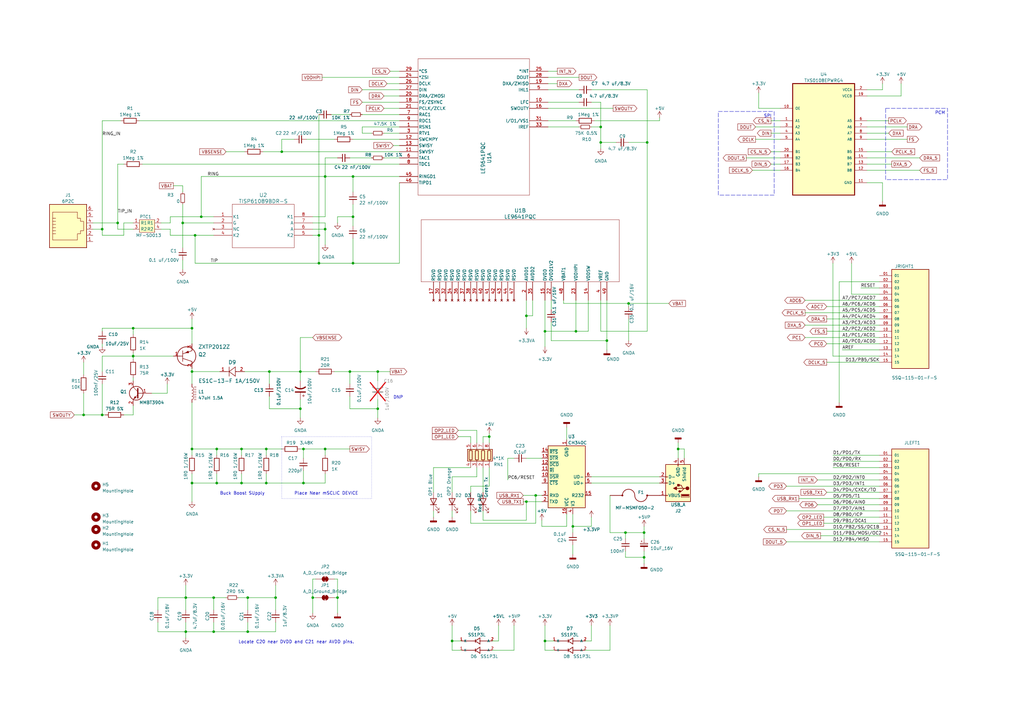
<source format=kicad_sch>
(kicad_sch (version 20230121) (generator eeschema)
  (paper "A3")
  (title_block (title "Telluino Hardware-Bottom") (rev "1.0") (company "Ksoft") (comment 1 "Hardware bottom to use with Arduino Uno and compatible boards"))
  (junction (at 200.66 179.07))
  (junction (at 154.94 167.64))
  (junction (at 278.13 184.15))
  (junction (at 144.78 72.39))
  (junction (at 110.49 152.4))
  (junction (at 265.43 58.42))
  (junction (at 138.43 245.11))
  (junction (at 123.19 152.4))
  (junction (at 109.22 184.15))
  (junction (at 234.95 215.9))
  (junction (at 133.35 72.39))
  (junction (at 99.06 184.15))
  (junction (at 76.2 259.08))
  (junction (at 124.46 184.15))
  (junction (at 133.35 93.98))
  (junction (at 41.91 93.98))
  (junction (at 34.29 170.18))
  (junction (at 185.42 262.89))
  (junction (at 76.2 245.11))
  (junction (at 264.16 228.6))
  (junction (at 128.27 245.11))
  (junction (at 143.51 152.4))
  (junction (at 54.61 134.62))
  (junction (at 78.74 184.15))
  (junction (at 144.78 107.95))
  (junction (at 123.19 167.64))
  (junction (at 54.61 146.05))
  (junction (at 78.74 134.62))
  (junction (at 246.38 52.07))
  (junction (at 257.81 124.46))
  (junction (at 88.9 198.12))
  (junction (at 144.78 88.9))
  (junction (at 78.74 198.12))
  (junction (at 78.74 152.4))
  (junction (at 246.38 58.42))
  (junction (at 115.57 62.23))
  (junction (at 215.9 205.74))
  (junction (at 48.26 91.44))
  (junction (at 215.9 129.54))
  (junction (at 88.9 184.15))
  (junction (at 113.03 245.11))
  (junction (at 101.6 259.08))
  (junction (at 130.81 107.95))
  (junction (at 74.93 91.44))
  (junction (at 82.55 88.9))
  (junction (at 124.46 198.12))
  (junction (at 99.06 198.12))
  (junction (at 256.54 218.44))
  (junction (at 264.16 218.44))
  (junction (at 87.63 245.11))
  (junction (at 248.92 139.7))
  (junction (at 133.35 184.15))
  (junction (at 130.81 96.52))
  (junction (at 109.22 198.12))
  (junction (at 41.91 170.18))
  (junction (at 101.6 245.11))
  (junction (at 87.63 259.08))
  (junction (at 223.52 135.89))
  (junction (at 80.01 96.52))
  (junction (at 223.52 262.89))
  (junction (at 236.22 135.89))
  (junction (at 219.71 203.2))
  (junction (at 154.94 152.4))
  (wire (pts (xy 335.28 207.01) (xy 360.68 207.01)))
  (wire (pts (xy 38.1 91.44) (xy 48.26 91.44)))
  (wire (pts (xy 148.59 36.83) (xy 163.83 36.83)))
  (wire (pts (xy 361.95 34.29) (xy 361.95 36.83)))
  (wire (pts (xy 109.22 194.31) (xy 109.22 198.12)))
  (wire (pts (xy 250.19 218.44) (xy 250.19 203.2)))
  (wire (pts (xy 250.19 266.7) (xy 240.03 266.7)))
  (wire (pts (xy 344.17 115.57) (xy 344.17 165.1)))
  (wire (pts (xy 113.03 245.11) (xy 113.03 250.19)))
  (wire (pts (xy 129.54 237.49) (xy 128.27 237.49)))
  (wire (pts (xy 369.57 39.37) (xy 355.6 39.37)))
  (wire (pts (xy 54.61 134.62) (xy 78.74 134.62)))
  (wire (pts (xy 242.57 195.58) (xy 270.51 195.58)))
  (wire (pts (xy 62.23 161.29) (xy 68.58 161.29)))
  (wire (pts (xy 138.43 245.11) (xy 138.43 251.46)))
  (wire (pts (xy 193.04 179.07) (xy 193.04 181.61)))
  (wire (pts (xy 355.6 49.53) (xy 364.49 49.53)))
  (wire (pts (xy 109.22 198.12) (xy 124.46 198.12)))
  (wire (pts (xy 246.38 135.89) (xy 246.38 123.19)))
  (wire (pts (xy 74.93 101.6) (xy 74.93 91.44)))
  (wire (pts (xy 242.57 198.12) (xy 270.51 198.12)))
  (wire (pts (xy 361.95 74.93) (xy 361.95 82.55)))
  (wire (pts (xy 57.15 49.53) (xy 163.83 49.53)))
  (wire (pts (xy 335.28 196.85) (xy 360.68 196.85)))
  (wire (pts (xy 322.58 199.39) (xy 360.68 199.39)))
  (wire (pts (xy 76.2 259.08) (xy 76.2 261.62)))
  (wire (pts (xy 208.28 187.96) (xy 208.28 196.85)))
  (wire (pts (xy 78.74 184.15) (xy 88.9 184.15)))
  (wire (pts (xy 222.25 213.36) (xy 222.25 215.9)))
  (wire (pts (xy 74.93 83.82) (xy 74.93 91.44)))
  (wire (pts (xy 185.42 209.55) (xy 185.42 212.09)))
  (wire (pts (xy 133.35 91.44) (xy 128.27 91.44)))
  (wire (pts (xy 242.57 41.91) (xy 246.38 41.91)))
  (wire (pts (xy 144.78 107.95) (xy 163.83 107.95)))
  (wire (pts (xy 224.79 52.07) (xy 237.49 52.07)))
  (wire (pts (xy 71.12 76.2) (xy 74.93 76.2)))
  (wire (pts (xy 138.43 91.44) (xy 138.43 88.9)))
  (wire (pts (xy 330.2 133.35) (xy 360.68 133.35)))
  (wire (pts (xy 80.01 96.52) (xy 69.85 96.52)))
  (wire (pts (xy 123.19 163.83) (xy 123.19 167.64)))
  (wire (pts (xy 232.41 175.26) (xy 232.41 180.34)))
  (wire (pts (xy 355.6 62.23) (xy 365.76 62.23)))
  (wire (pts (xy 138.43 245.11) (xy 137.16 245.11)))
  (wire (pts (xy 110.49 152.4) (xy 110.49 157.48)))
  (wire (pts (xy 185.42 256.54) (xy 185.42 262.89)))
  (wire (pts (xy 87.63 259.08) (xy 76.2 259.08)))
  (wire (pts (xy 137.16 237.49) (xy 138.43 237.49)))
  (wire (pts (xy 68.58 157.48) (xy 68.58 161.29)))
  (wire (pts (xy 115.57 57.15) (xy 115.57 62.23)))
  (wire (pts (xy 316.23 54.61) (xy 320.04 54.61)))
  (wire (pts (xy 339.09 201.93) (xy 360.68 201.93)))
  (wire (pts (xy 246.38 135.89) (xy 265.43 135.89)))
  (wire (pts (xy 200.66 191.77) (xy 200.66 199.39)))
  (wire (pts (xy 265.43 58.42) (xy 265.43 135.89)))
  (wire (pts (xy 64.77 245.11) (xy 64.77 250.19)))
  (wire (pts (xy 54.61 166.37) (xy 54.61 170.18)))
  (wire (pts (xy 193.04 199.39) (xy 193.04 201.93)))
  (wire (pts (xy 256.54 218.44) (xy 264.16 218.44)))
  (wire (pts (xy 157.48 54.61) (xy 163.83 54.61)))
  (wire (pts (xy 241.3 135.89) (xy 236.22 135.89)))
  (wire (pts (xy 66.04 93.98) (xy 69.85 93.98)))
  (wire (pts (xy 113.03 240.03) (xy 113.03 245.11)))
  (wire (pts (xy 123.19 138.43) (xy 123.19 152.4)))
  (wire (pts (xy 193.04 209.55) (xy 193.04 214.63)))
  (wire (pts (xy 200.66 179.07) (xy 198.12 179.07)))
  (wire (pts (xy 201.93 262.89) (xy 204.47 262.89)))
  (wire (pts (xy 135.89 46.99) (xy 143.51 46.99)))
  (wire (pts (xy 133.35 194.31) (xy 133.35 198.12)))
  (wire (pts (xy 143.51 152.4) (xy 143.51 157.48)))
  (wire (pts (xy 223.52 256.54) (xy 223.52 262.89)))
  (wire (pts (xy 316.23 49.53) (xy 320.04 49.53)))
  (wire (pts (xy 248.92 139.7) (xy 248.92 143.51)))
  (wire (pts (xy 130.81 46.99) (xy 130.81 96.52)))
  (wire (pts (xy 115.57 62.23) (xy 163.83 62.23)))
  (wire (pts (xy 214.63 205.74) (xy 215.9 205.74)))
  (wire (pts (xy 185.42 201.93) (xy 185.42 195.58)))
  (wire (pts (xy 224.79 41.91) (xy 237.49 41.91)))
  (wire (pts (xy 133.35 198.12) (xy 124.46 198.12)))
  (wire (pts (xy 34.29 170.18) (xy 41.91 170.18)))
  (wire (pts (xy 133.35 72.39) (xy 133.35 88.9)))
  (wire (pts (xy 341.63 107.95) (xy 341.63 146.05)))
  (wire (pts (xy 224.79 49.53) (xy 236.22 49.53)))
  (wire (pts (xy 195.58 191.77) (xy 195.58 195.58)))
  (wire (pts (xy 123.19 184.15) (xy 124.46 184.15)))
  (wire (pts (xy 43.18 170.18) (xy 41.91 170.18)))
  (wire (pts (xy 311.15 38.1) (xy 311.15 44.45)))
  (wire (pts (xy 109.22 186.69) (xy 109.22 184.15)))
  (wire (pts (xy 163.83 41.91) (xy 148.59 41.91)))
  (wire (pts (xy 256.54 218.44) (xy 250.19 218.44)))
  (wire (pts (xy 144.78 78.74) (xy 144.78 72.39)))
  (wire (pts (xy 246.38 52.07) (xy 246.38 58.42)))
  (wire (pts (xy 130.81 96.52) (xy 130.81 107.95)))
  (wire (pts (xy 78.74 194.31) (xy 78.74 198.12)))
  (wire (pts (xy 48.26 67.31) (xy 48.26 91.44)))
  (wire (pts (xy 101.6 255.27) (xy 101.6 259.08)))
  (wire (pts (xy 224.79 34.29) (xy 228.6 34.29)))
  (wire (pts (xy 264.16 226.06) (xy 264.16 228.6)))
  (wire (pts (xy 154.94 152.4) (xy 160.02 152.4)))
  (wire (pts (xy 78.74 198.12) (xy 78.74 205.74)))
  (wire (pts (xy 242.57 256.54) (xy 242.57 262.89)))
  (wire (pts (xy 185.42 262.89) (xy 189.23 262.89)))
  (wire (pts (xy 330.2 138.43) (xy 360.68 138.43)))
  (wire (pts (xy 208.28 187.96) (xy 210.82 187.96)))
  (wire (pts (xy 148.59 46.99) (xy 163.83 46.99)))
  (wire (pts (xy 246.38 58.42) (xy 252.73 58.42)))
  (wire (pts (xy 92.71 62.23) (xy 100.33 62.23)))
  (wire (pts (xy 50.8 91.44) (xy 50.8 96.52)))
  (wire (pts (xy 355.6 64.77) (xy 377.19 64.77)))
  (wire (pts (xy 234.95 215.9) (xy 242.57 215.9)))
  (wire (pts (xy 88.9 184.15) (xy 99.06 184.15)))
  (wire (pts (xy 327.66 204.47) (xy 360.68 204.47)))
  (wire (pts (xy 157.48 44.45) (xy 163.83 44.45)))
  (wire (pts (xy 322.58 209.55) (xy 360.68 209.55)))
  (wire (pts (xy 41.91 49.53) (xy 41.91 93.98)))
  (wire (pts (xy 124.46 193.04) (xy 124.46 198.12)))
  (wire (pts (xy 133.35 184.15) (xy 143.51 184.15)))
  (wire (pts (xy 133.35 72.39) (xy 144.78 72.39)))
  (wire (pts (xy 69.85 93.98) (xy 69.85 96.52)))
  (wire (pts (xy 133.35 64.77) (xy 133.35 72.39)))
  (wire (pts (xy 34.29 148.59) (xy 34.29 153.67)))
  (wire (pts (xy 234.95 215.9) (xy 234.95 218.44)))
  (wire (pts (xy 226.06 132.08) (xy 226.06 139.7)))
  (wire (pts (xy 231.14 124.46) (xy 257.81 124.46)))
  (wire (pts (xy 143.51 64.77) (xy 152.4 64.77)))
  (wire (pts (xy 278.13 181.61) (xy 278.13 184.15)))
  (wire (pts (xy 143.51 162.56) (xy 143.51 167.64)))
  (wire (pts (xy 257.81 124.46) (xy 274.32 124.46)))
  (wire (pts (xy 128.27 96.52) (xy 130.81 96.52)))
  (wire (pts (xy 113.03 245.11) (xy 101.6 245.11)))
  (wire (pts (xy 193.04 199.39) (xy 200.66 199.39)))
  (wire (pts (xy 97.79 245.11) (xy 101.6 245.11)))
  (wire (pts (xy 69.85 88.9) (xy 82.55 88.9)))
  (wire (pts (xy 215.9 213.36) (xy 215.9 205.74)))
  (wire (pts (xy 270.51 48.26) (xy 270.51 49.53)))
  (wire (pts (xy 339.09 130.81) (xy 360.68 130.81)))
  (wire (pts (xy 76.2 255.27) (xy 76.2 259.08)))
  (wire (pts (xy 41.91 170.18) (xy 41.91 157.48)))
  (wire (pts (xy 185.42 195.58) (xy 195.58 195.58)))
  (wire (pts (xy 336.55 219.71) (xy 360.68 219.71)))
  (wire (pts (xy 101.6 259.08) (xy 87.63 259.08)))
  (wire (pts (xy 345.44 143.51) (xy 360.68 143.51)))
  (wire (pts (xy 154.94 163.83) (xy 154.94 167.64)))
  (wire (pts (xy 101.6 245.11) (xy 101.6 250.19)))
  (wire (pts (xy 200.66 179.07) (xy 200.66 181.61)))
  (wire (pts (xy 160.02 29.21) (xy 163.83 29.21)))
  (wire (pts (xy 88.9 194.31) (xy 88.9 198.12)))
  (wire (pts (xy 355.6 67.31) (xy 365.76 67.31)))
  (wire (pts (xy 123.19 152.4) (xy 129.54 152.4)))
  (wire (pts (xy 355.6 74.93) (xy 361.95 74.93)))
  (wire (pts (xy 144.78 72.39) (xy 163.83 72.39)))
  (wire (pts (xy 210.82 256.54) (xy 210.82 266.7)))
  (wire (pts (xy 189.23 266.7) (xy 185.42 266.7)))
  (wire (pts (xy 148.59 54.61) (xy 152.4 54.61)))
  (wire (pts (xy 58.42 67.31) (xy 163.83 67.31)))
  (wire (pts (xy 316.23 62.23) (xy 320.04 62.23)))
  (wire (pts (xy 163.83 107.95) (xy 163.83 74.93)))
  (wire (pts (xy 316.23 67.31) (xy 320.04 67.31)))
  (wire (pts (xy 339.09 135.89) (xy 360.68 135.89)))
  (wire (pts (xy 138.43 237.49) (xy 138.43 245.11)))
  (wire (pts (xy 87.63 255.27) (xy 87.63 259.08)))
  (wire (pts (xy 224.79 44.45) (xy 251.46 44.45)))
  (wire (pts (xy 87.63 245.11) (xy 92.71 245.11)))
  (wire (pts (xy 308.61 69.85) (xy 320.04 69.85)))
  (wire (pts (xy 54.61 93.98) (xy 48.26 93.98)))
  (wire (pts (xy 123.19 167.64) (xy 123.19 171.45)))
  (wire (pts (xy 41.91 134.62) (xy 54.61 134.62)))
  (wire (pts (xy 154.94 152.4) (xy 154.94 156.21)))
  (wire (pts (xy 322.58 217.17) (xy 360.68 217.17)))
  (wire (pts (xy 222.25 215.9) (xy 232.41 215.9)))
  (wire (pts (xy 198.12 191.77) (xy 198.12 201.93)))
  (wire (pts (xy 198.12 209.55) (xy 198.12 213.36)))
  (wire (pts (xy 341.63 191.77) (xy 360.68 191.77)))
  (wire (pts (xy 41.91 93.98) (xy 41.91 96.52)))
  (wire (pts (xy 87.63 88.9) (xy 82.55 88.9)))
  (wire (pts (xy 280.67 184.15) (xy 278.13 184.15)))
  (wire (pts (xy 198.12 179.07) (xy 198.12 181.61)))
  (wire (pts (xy 88.9 186.69) (xy 88.9 184.15)))
  (wire (pts (xy 256.54 226.06) (xy 256.54 228.6)))
  (wire (pts (xy 82.55 88.9) (xy 82.55 72.39)))
  (wire (pts (xy 226.06 139.7) (xy 248.92 139.7)))
  (wire (pts (xy 242.57 52.07) (xy 246.38 52.07)))
  (wire (pts (xy 215.9 129.54) (xy 215.9 134.62)))
  (wire (pts (xy 236.22 123.19) (xy 236.22 135.89)))
  (wire (pts (xy 128.27 245.11) (xy 129.54 245.11)))
  (wire (pts (xy 355.6 54.61) (xy 364.49 54.61)))
  (wire (pts (xy 144.78 83.82) (xy 144.78 88.9)))
  (wire (pts (xy 187.96 176.53) (xy 195.58 176.53)))
  (wire (pts (xy 54.61 154.94) (xy 54.61 156.21)))
  (wire (pts (xy 82.55 72.39) (xy 133.35 72.39)))
  (wire (pts (xy 74.93 106.68) (xy 74.93 110.49)))
  (wire (pts (xy 234.95 223.52) (xy 234.95 227.33)))
  (wire (pts (xy 158.75 34.29) (xy 163.83 34.29)))
  (wire (pts (xy 241.3 123.19) (xy 241.3 135.89)))
  (wire (pts (xy 144.78 57.15) (xy 163.83 57.15)))
  (wire (pts (xy 243.84 49.53) (xy 270.51 49.53)))
  (wire (pts (xy 99.06 198.12) (xy 109.22 198.12)))
  (wire (pts (xy 76.2 245.11) (xy 76.2 250.19)))
  (wire (pts (xy 257.81 130.81) (xy 257.81 139.7)))
  (wire (pts (xy 278.13 184.15) (xy 278.13 187.96)))
  (wire (pts (xy 226.06 123.19) (xy 226.06 127)))
  (wire (pts (xy 224.79 36.83) (xy 237.49 36.83)))
  (wire (pts (xy 344.17 115.57) (xy 360.68 115.57)))
  (wire (pts (xy 74.93 76.2) (xy 74.93 78.74)))
  (wire (pts (xy 143.51 167.64) (xy 154.94 167.64)))
  (wire (pts (xy 80.01 107.95) (xy 130.81 107.95)))
  (wire (pts (xy 256.54 228.6) (xy 264.16 228.6)))
  (wire (pts (xy 144.78 88.9) (xy 144.78 92.71)))
  (wire (pts (xy 128.27 88.9) (xy 133.35 88.9)))
  (wire (pts (xy 227.33 262.89) (xy 223.52 262.89)))
  (wire (pts (xy 30.48 170.18) (xy 34.29 170.18)))
  (wire (pts (xy 330.2 128.27) (xy 360.68 128.27)))
  (wire (pts (xy 130.81 107.95) (xy 144.78 107.95)))
  (wire (pts (xy 250.19 256.54) (xy 250.19 266.7)))
  (wire (pts (xy 144.78 97.79) (xy 144.78 107.95)))
  (wire (pts (xy 128.27 237.49) (xy 128.27 245.11)))
  (wire (pts (xy 257.81 124.46) (xy 257.81 125.73)))
  (wire (pts (xy 125.73 57.15) (xy 137.16 57.15)))
  (wire (pts (xy 309.88 52.07) (xy 320.04 52.07)))
  (wire (pts (xy 265.43 58.42) (xy 265.43 36.83)))
  (wire (pts (xy 99.06 186.69) (xy 99.06 184.15)))
  (wire (pts (xy 41.91 135.89) (xy 41.91 134.62)))
  (wire (pts (xy 187.96 179.07) (xy 193.04 179.07)))
  (wire (pts (xy 215.9 123.19) (xy 215.9 129.54)))
  (wire (pts (xy 41.91 140.97) (xy 41.91 142.24)))
  (wire (pts (xy 210.82 266.7) (xy 201.93 266.7)))
  (wire (pts (xy 137.16 152.4) (xy 143.51 152.4)))
  (wire (pts (xy 110.49 167.64) (xy 123.19 167.64)))
  (wire (pts (xy 219.71 203.2) (xy 222.25 203.2)))
  (wire (pts (xy 177.8 191.77) (xy 177.8 201.93)))
  (wire (pts (xy 177.8 209.55) (xy 177.8 212.09)))
  (wire (pts (xy 113.03 259.08) (xy 101.6 259.08)))
  (wire (pts (xy 110.49 152.4) (xy 100.33 152.4)))
  (wire (pts (xy 78.74 198.12) (xy 88.9 198.12)))
  (wire (pts (xy 355.6 57.15) (xy 372.11 57.15)))
  (wire (pts (xy 215.9 187.96) (xy 222.25 187.96)))
  (wire (pts (xy 133.35 91.44) (xy 133.35 93.98)))
  (wire (pts (xy 41.91 146.05) (xy 54.61 146.05)))
  (wire (pts (xy 143.51 152.4) (xy 154.94 152.4)))
  (wire (pts (xy 246.38 41.91) (xy 246.38 52.07)))
  (wire (pts (xy 64.77 255.27) (xy 64.77 259.08)))
  (wire (pts (xy 110.49 162.56) (xy 110.49 167.64)))
  (wire (pts (xy 311.15 44.45) (xy 320.04 44.45)))
  (wire (pts (xy 198.12 213.36) (xy 215.9 213.36)))
  (wire (pts (xy 157.48 39.37) (xy 163.83 39.37)))
  (wire (pts (xy 41.91 152.4) (xy 41.91 146.05)))
  (wire (pts (xy 339.09 148.59) (xy 360.68 148.59)))
  (wire (pts (xy 50.8 96.52) (xy 41.91 96.52)))
  (wire (pts (xy 361.95 36.83) (xy 355.6 36.83)))
  (wire (pts (xy 133.35 93.98) (xy 133.35 100.33)))
  (wire (pts (xy 161.29 59.69) (xy 163.83 59.69)))
  (wire (pts (xy 133.35 184.15) (xy 124.46 184.15)))
  (wire (pts (xy 78.74 152.4) (xy 90.17 152.4)))
  (wire (pts (xy 280.67 187.96) (xy 280.67 184.15)))
  (wire (pts (xy 132.08 31.75) (xy 163.83 31.75)))
  (wire (pts (xy 339.09 140.97) (xy 360.68 140.97)))
  (wire (pts (xy 306.07 64.77) (xy 320.04 64.77)))
  (wire (pts (xy 66.04 91.44) (xy 69.85 91.44)))
  (wire (pts (xy 353.06 118.11) (xy 360.68 118.11)))
  (wire (pts (xy 80.01 96.52) (xy 87.63 96.52)))
  (wire (pts (xy 76.2 240.03) (xy 76.2 245.11)))
  (wire (pts (xy 223.52 266.7) (xy 223.52 262.89)))
  (wire (pts (xy 311.15 194.31) (xy 311.15 195.58)))
  (wire (pts (xy 224.79 31.75) (xy 237.49 31.75)))
  (wire (pts (xy 219.71 214.63) (xy 219.71 203.2)))
  (wire (pts (xy 204.47 256.54) (xy 204.47 262.89)))
  (wire (pts (xy 123.19 152.4) (xy 123.19 156.21)))
  (wire (pts (xy 54.61 147.32) (xy 54.61 146.05)))
  (wire (pts (xy 193.04 191.77) (xy 177.8 191.77)))
  (wire (pts (xy 322.58 222.25) (xy 360.68 222.25)))
  (wire (pts (xy 54.61 91.44) (xy 50.8 91.44)))
  (wire (pts (xy 218.44 123.19) (xy 218.44 129.54)))
  (wire (pts (xy 215.9 205.74) (xy 222.25 205.74)))
  (wire (pts (xy 195.58 176.53) (xy 195.58 181.61)))
  (wire (pts (xy 200.66 179.07) (xy 200.66 177.8)))
  (wire (pts (xy 223.52 135.89) (xy 223.52 142.24)))
  (wire (pts (xy 78.74 151.13) (xy 78.74 152.4)))
  (wire (pts (xy 355.6 69.85) (xy 377.19 69.85)))
  (wire (pts (xy 341.63 186.69) (xy 360.68 186.69)))
  (wire (pts (xy 309.88 57.15) (xy 320.04 57.15)))
  (wire (pts (xy 242.57 212.09) (xy 242.57 215.9)))
  (wire (pts (xy 80.01 96.52) (xy 80.01 107.95)))
  (wire (pts (xy 34.29 161.29) (xy 34.29 170.18)))
  (wire (pts (xy 128.27 93.98) (xy 133.35 93.98)))
  (wire (pts (xy 54.61 170.18) (xy 50.8 170.18)))
  (wire (pts (xy 218.44 129.54) (xy 215.9 129.54)))
  (wire (pts (xy 257.81 58.42) (xy 265.43 58.42)))
  (wire (pts (xy 38.1 93.98) (xy 41.91 93.98)))
  (wire (pts (xy 138.43 64.77) (xy 133.35 64.77)))
  (wire (pts (xy 49.53 49.53) (xy 41.91 49.53)))
  (wire (pts (xy 148.59 52.07) (xy 148.59 54.61)))
  (wire (pts (xy 330.2 123.19) (xy 360.68 123.19)))
  (wire (pts (xy 256.54 220.98) (xy 256.54 218.44)))
  (wire (pts (xy 242.57 36.83) (xy 265.43 36.83)))
  (wire (pts (xy 236.22 135.89) (xy 223.52 135.89)))
  (wire (pts (xy 240.03 262.89) (xy 242.57 262.89)))
  (wire (pts (xy 154.94 167.64) (xy 154.94 171.45)))
  (wire (pts (xy 88.9 198.12) (xy 99.06 198.12)))
  (wire (pts (xy 369.57 34.29) (xy 369.57 39.37)))
  (wire (pts (xy 214.63 203.2) (xy 219.71 203.2)))
  (wire (pts (xy 109.22 184.15) (xy 115.57 184.15)))
  (wire (pts (xy 248.92 123.19) (xy 248.92 139.7)))
  (wire (pts (xy 87.63 245.11) (xy 87.63 250.19)))
  (wire (pts (xy 78.74 152.4) (xy 78.74 157.48)))
  (wire (pts (xy 231.14 123.19) (xy 231.14 124.46)))
  (wire (pts (xy 264.16 218.44) (xy 264.16 220.98)))
  (wire (pts (xy 133.35 186.69) (xy 133.35 184.15)))
  (wire (pts (xy 124.46 184.15) (xy 124.46 187.96)))
  (wire (pts (xy 99.06 184.15) (xy 109.22 184.15)))
  (wire (pts (xy 64.77 245.11) (xy 76.2 245.11)))
  (wire (pts (xy 74.93 91.44) (xy 87.63 91.44)))
  (wire (pts (xy 120.65 57.15) (xy 115.57 57.15)))
  (wire (pts (xy 223.52 123.19) (xy 223.52 135.89)))
  (wire (pts (xy 163.83 52.07) (xy 148.59 52.07)))
  (wire (pts (xy 128.27 245.11) (xy 128.27 251.46)))
  (wire (pts (xy 78.74 184.15) (xy 78.74 186.69)))
  (wire (pts (xy 234.95 210.82) (xy 234.95 215.9)))
  (wire (pts (xy 110.49 152.4) (xy 123.19 152.4)))
  (wire (pts (xy 341.63 146.05) (xy 360.68 146.05)))
  (wire (pts (xy 349.25 120.65) (xy 349.25 107.95)))
  (wire (pts (xy 264.16 215.9) (xy 264.16 218.44)))
  (wire (pts (xy 224.79 29.21) (xy 228.6 29.21)))
  (wire (pts (xy 69.85 88.9) (xy 69.85 91.44)))
  (wire (pts (xy 337.82 214.63) (xy 360.68 214.63)))
  (wire (pts (xy 87.63 245.11) (xy 76.2 245.11)))
  (wire (pts (xy 341.63 189.23) (xy 360.68 189.23)))
  (wire (pts (xy 128.27 138.43) (xy 123.19 138.43)))
  (wire (pts (xy 227.33 266.7) (xy 223.52 266.7)))
  (wire (pts (xy 78.74 134.62) (xy 78.74 140.97)))
  (wire (pts (xy 355.6 52.07) (xy 372.11 52.07)))
  (wire (pts (xy 349.25 120.65) (xy 360.68 120.65)))
  (wire (pts (xy 78.74 130.81) (xy 78.74 134.62)))
  (wire (pts (xy 232.41 210.82) (xy 232.41 215.9)))
  (wire (pts (xy 138.43 88.9) (xy 144.78 88.9)))
  (wire (pts (xy 360.68 194.31) (xy 311.15 194.31)))
  (wire (pts (xy 185.42 262.89) (xy 185.42 266.7)))
  (wire (pts (xy 99.06 194.31) (xy 99.06 198.12)))
  (wire (pts (xy 337.82 212.09) (xy 360.68 212.09)))
  (wire (pts (xy 113.03 255.27) (xy 113.03 259.08)))
  (wire (pts (xy 54.61 134.62) (xy 54.61 137.16)))
  (wire (pts (xy 193.04 214.63) (xy 219.71 214.63)))
  (wire (pts (xy 339.09 125.73) (xy 360.68 125.73)))
  (wire (pts (xy 64.77 259.08) (xy 76.2 259.08)))
  (wire (pts (xy 264.16 228.6) (xy 264.16 231.14)))
  (wire (pts (xy 246.38 58.42) (xy 246.38 60.96)))
  (wire (pts (xy 54.61 146.05) (xy 71.12 146.05)))
  (wire (pts (xy 54.61 144.78) (xy 54.61 146.05)))
  (wire (pts (xy 78.74 165.1) (xy 78.74 184.15)))
  (wire (pts (xy 50.8 67.31) (xy 48.26 67.31)))
  (wire (pts (xy 157.48 64.77) (xy 163.83 64.77)))
  (wire (pts (xy 107.95 62.23) (xy 115.57 62.23)))
  (wire (pts (xy 48.26 91.44) (xy 48.26 93.98)))
  (rectangle (start 115.57 179.07) (end 152.4 204.47) (stroke (width 0) (type dot)))
  (text_box "PCM\n" (at 363.22 44.45 0) (size 25.4 29.21) (stroke (width 0) (type dash)) (effects (font (size 1.27 1.27)) (justify right top)))
  (text_box "SPI\n" (at 294.64 45.72 0) (size 22.86 34.29) (stroke (width 0) (type dash)) (effects (font (size 1.27 1.27)) (justify right top)))
  (text "DNP" (at 161.29 163.83 0) (effects (font (size 1.27 1.27)) (justify left bottom)))
  (text "Locate C20 near DVDD and C21 near AVDD pins." (at 97.79 264.16 0) (effects (font (size 1.27 1.27)) (justify left bottom)))
  (text "Buck Boost SUpply" (at 90.17 203.2 0) (effects (font (size 1.27 1.27)) (justify left bottom)))
  (text "Place Near mSCLIC DEVICE" (at 120.65 203.2 0) (effects (font (size 1.27 1.27)) (justify left bottom)))
  (label "D3{slash}PD3{slash}INT1" (at 341.63 199.39 0))
  (label "D1{slash}PD1{slash}TX" (at 341.63 186.69 0))
  (label "D4{slash}PD4{slash}CXCK{slash}TO" (at 341.63 201.93 0))
  (label "TIP" (at 86.36 107.95 0))
  (label "A1{slash}PC1{slash}ACD1" (at 345.44 138.43 0))
  (label "PC6{slash}RESET" (at 208.28 196.85 0))
  (label "A4{slash}PC4{slash}ACD4" (at 345.44 130.81 0))
  (label "RING_IN" (at 41.91 55.88 0))
  (label "D7{slash}PD7{slash}AIN1" (at 341.63 209.55 0))
  (label "A7{slash}PC7{slash}ACD7" (at 345.44 123.19 0))
  (label "D8{slash}PB0{slash}ICP" (at 341.63 212.09 0))
  (label "D12{slash}PB4{slash}MISO" (at 341.63 222.25 0))
  (label "A3{slash}PC3{slash}ACD3" (at 345.44 133.35 0))
  (label "RESET" (at 353.06 118.11 0))
  (label "A5{slash}PC5{slash}ACD5" (at 345.44 128.27 0))
  (label "D13{slash}PB5{slash}SCK" (at 346.71 148.59 0))
  (label "A6{slash}PC6{slash}ACD6" (at 345.44 125.73 0))
  (label "D6{slash}PD6{slash}AIN0" (at 341.63 207.01 0))
  (label "D9{slash}PB1{slash}DCA1" (at 341.63 214.63 0))
  (label "D0{slash}PD0{slash}RX" (at 341.63 189.23 0))
  (label "RING" (at 85.09 72.39 0))
  (label "PC6{slash}RESET" (at 341.63 191.77 0))
  (label "D5{slash}PD5{slash}T1" (at 341.63 204.47 0))
  (label "AREF" (at 345.44 143.51 0))
  (label "A0{slash}PC0{slash}ACD0" (at 345.44 140.97 0))
  (label "D2{slash}PD2{slash}INT0" (at 341.63 196.85 0))
  (label "TIP_IN" (at 48.26 87.63 0))
  (label "A2{slash}PC2{slash}ACD2" (at 345.44 135.89 0))
  (label "D11{slash}PB3{slash}MOSI{slash}OC2" (at 341.63 219.71 0))
  (label "D10{slash}PB2{slash}SS{slash}DC1B" (at 341.63 217.17 0))
  (global_label "VBSENSE" (shape bidirectional) (at 128.27 138.43 0) (property "Intersheetrefs" "${INTERSHEET_REFS}" (effects hide)))
  (global_label "FS_5" (shape output) (at 339.09 135.89 180) (property "Intersheetrefs" "${INTERSHEET_REFS}" (effects hide)))
  (global_label "DIN" (shape output) (at 316.23 54.61 180) (property "Intersheetrefs" "${INTERSHEET_REFS}" (effects hide)))
  (global_label "DOUT_5" (shape input) (at 322.58 222.25 180) (property "Intersheetrefs" "${INTERSHEET_REFS}" (effects hide)))
  (global_label "PCLK" (shape output) (at 364.49 49.53 0) (property "Intersheetrefs" "${INTERSHEET_REFS}" (effects hide)))
  (global_label "DIN" (shape input) (at 148.59 36.83 180) (property "Intersheetrefs" "${INTERSHEET_REFS}" (effects hide)))
  (global_label "DCLK_5" (shape output) (at 339.09 148.59 180) (property "Intersheetrefs" "${INTERSHEET_REFS}" (effects hide)))
  (global_label "ADC7" (shape bidirectional) (at 339.09 125.73 180) (property "Intersheetrefs" "${INTERSHEET_REFS}" (effects hide)))
  (global_label "DOUT" (shape output) (at 237.49 31.75 0) (property "Intersheetrefs" "${INTERSHEET_REFS}" (effects hide)))
  (global_label "PD7" (shape bidirectional) (at 322.58 209.55 180) (property "Intersheetrefs" "${INTERSHEET_REFS}" (effects hide)))
  (global_label "PCLK_5" (shape input) (at 365.76 62.23 0) (property "Intersheetrefs" "${INTERSHEET_REFS}" (effects hide)))
  (global_label "DCLK_5" (shape input) (at 308.61 69.85 180) (property "Intersheetrefs" "${INTERSHEET_REFS}" (effects hide)))
  (global_label "PCLK_5" (shape output) (at 330.2 128.27 180) (property "Intersheetrefs" "${INTERSHEET_REFS}" (effects hide)))
  (global_label "OP2_LED" (shape input) (at 187.96 176.53 180) (property "Intersheetrefs" "${INTERSHEET_REFS}" (effects hide)))
  (global_label "INT_N" (shape output) (at 228.6 29.21 0) (property "Intersheetrefs" "${INTERSHEET_REFS}" (effects hide)))
  (global_label "VBAT" (shape input) (at 274.32 124.46 0) (property "Intersheetrefs" "${INTERSHEET_REFS}" (effects hide)))
  (global_label "VBAT" (shape output) (at 160.02 152.4 0) (property "Intersheetrefs" "${INTERSHEET_REFS}" (effects hide)))
  (global_label "USB_TX1" (shape input) (at 339.09 201.93 180) (property "Intersheetrefs" "${INTERSHEET_REFS}" (effects hide)))
  (global_label "SWOUTY" (shape output) (at 251.46 44.45 0) (property "Intersheetrefs" "${INTERSHEET_REFS}" (effects hide)))
  (global_label "OP1_LED" (shape output) (at 337.82 214.63 180) (property "Intersheetrefs" "${INTERSHEET_REFS}" (effects hide)))
  (global_label "PD6" (shape bidirectional) (at 335.28 207.01 180) (property "Intersheetrefs" "${INTERSHEET_REFS}" (effects hide)))
  (global_label "PC1" (shape bidirectional) (at 330.2 138.43 180) (property "Intersheetrefs" "${INTERSHEET_REFS}" (effects hide)))
  (global_label "INT_N" (shape input) (at 335.28 196.85 180) (property "Intersheetrefs" "${INTERSHEET_REFS}" (effects hide)))
  (global_label "DRA" (shape input) (at 157.48 39.37 180) (property "Intersheetrefs" "${INTERSHEET_REFS}" (effects hide)))
  (global_label "DRA_5" (shape output) (at 339.09 130.81 180) (property "Intersheetrefs" "${INTERSHEET_REFS}" (effects hide)))
  (global_label "PCLK" (shape input) (at 157.48 44.45 180) (property "Intersheetrefs" "${INTERSHEET_REFS}" (effects hide)))
  (global_label "USB_RX1" (shape output) (at 327.66 204.47 180) (property "Intersheetrefs" "${INTERSHEET_REFS}" (effects hide)))
  (global_label "SWISY" (shape output) (at 143.51 184.15 0) (property "Intersheetrefs" "${INTERSHEET_REFS}" (effects hide)))
  (global_label "SWOUTY" (shape input) (at 30.48 170.18 180) (property "Intersheetrefs" "${INTERSHEET_REFS}" (effects hide)))
  (global_label "CS_N" (shape output) (at 316.23 49.53 180) (property "Intersheetrefs" "${INTERSHEET_REFS}" (effects hide)))
  (global_label "DOUT_5" (shape output) (at 306.07 64.77 180) (property "Intersheetrefs" "${INTERSHEET_REFS}" (effects hide)))
  (global_label "DRA" (shape output) (at 372.11 52.07 0) (property "Intersheetrefs" "${INTERSHEET_REFS}" (effects hide)))
  (global_label "DIN_5" (shape output) (at 336.55 219.71 180) (property "Intersheetrefs" "${INTERSHEET_REFS}" (effects hide)))
  (global_label "VBAT" (shape passive) (at 71.12 76.2 180) (property "Intersheetrefs" "${INTERSHEET_REFS}" (effects hide)))
  (global_label "PD3" (shape bidirectional) (at 322.58 199.39 180) (property "Intersheetrefs" "${INTERSHEET_REFS}" (effects hide)))
  (global_label "PC0" (shape bidirectional) (at 339.09 140.97 180) (property "Intersheetrefs" "${INTERSHEET_REFS}" (effects hide)))
  (global_label "VDDHPI" (shape passive) (at 132.08 31.75 180) (property "Intersheetrefs" "${INTERSHEET_REFS}" (effects hide)))
  (global_label "VBSENSE" (shape input) (at 92.71 62.23 180) (property "Intersheetrefs" "${INTERSHEET_REFS}" (effects hide)))
  (global_label "OP1_LED" (shape input) (at 187.96 179.07 180) (property "Intersheetrefs" "${INTERSHEET_REFS}" (effects hide)))
  (global_label "FS_5" (shape input) (at 377.19 69.85 0) (property "Intersheetrefs" "${INTERSHEET_REFS}" (effects hide)))
  (global_label "CS_N_5" (shape output) (at 322.58 217.17 180) (property "Intersheetrefs" "${INTERSHEET_REFS}" (effects hide)))
  (global_label "USB_RX1" (shape input) (at 214.63 203.2 180) (property "Intersheetrefs" "${INTERSHEET_REFS}" (effects hide)))
  (global_label "DXA_5" (shape output) (at 365.76 67.31 0) (property "Intersheetrefs" "${INTERSHEET_REFS}" (effects hide)))
  (global_label "FS" (shape input) (at 148.59 41.91 180) (property "Intersheetrefs" "${INTERSHEET_REFS}" (effects hide)))
  (global_label "FS" (shape output) (at 372.11 57.15 0) (property "Intersheetrefs" "${INTERSHEET_REFS}" (effects hide)))
  (global_label "OP2_LED" (shape output) (at 337.82 212.09 180) (property "Intersheetrefs" "${INTERSHEET_REFS}" (effects hide)))
  (global_label "DCLK" (shape input) (at 158.75 34.29 180) (property "Intersheetrefs" "${INTERSHEET_REFS}" (effects hide)))
  (global_label "CS_N" (shape input) (at 160.02 29.21 180) (property "Intersheetrefs" "${INTERSHEET_REFS}" (effects hide)))
  (global_label "DXA" (shape output) (at 228.6 34.29 0) (property "Intersheetrefs" "${INTERSHEET_REFS}" (effects hide)))
  (global_label "DRA_5" (shape input) (at 377.19 64.77 0) (property "Intersheetrefs" "${INTERSHEET_REFS}" (effects hide)))
  (global_label "ADC6" (shape bidirectional) (at 330.2 123.19 180) (property "Intersheetrefs" "${INTERSHEET_REFS}" (effects hide)))
  (global_label "DOUT" (shape input) (at 309.88 52.07 180) (property "Intersheetrefs" "${INTERSHEET_REFS}" (effects hide)))
  (global_label "CS_N_5" (shape input) (at 316.23 62.23 180) (property "Intersheetrefs" "${INTERSHEET_REFS}" (effects hide)))
  (global_label "DCLK" (shape output) (at 309.88 57.15 180) (property "Intersheetrefs" "${INTERSHEET_REFS}" (effects hide)))
  (global_label "USB_TX1" (shape output) (at 214.63 205.74 180) (property "Intersheetrefs" "${INTERSHEET_REFS}" (effects hide)))
  (global_label "DXA_5" (shape input) (at 330.2 133.35 180) (property "Intersheetrefs" "${INTERSHEET_REFS}" (effects hide)))
  (global_label "DXA" (shape input) (at 364.49 54.61 0) (property "Intersheetrefs" "${INTERSHEET_REFS}" (effects hide)))
  (global_label "SWISY" (shape input) (at 161.29 59.69 180) (property "Intersheetrefs" "${INTERSHEET_REFS}" (effects hide)))
  (global_label "DIN_5" (shape input) (at 316.23 67.31 180) (property "Intersheetrefs" "${INTERSHEET_REFS}" (effects hide)))
  (symbol (lib_id "Device:R") (at 46.99 170.18 90) (unit 1)
    (property "Reference" "R12" (at 46.99 165.1 90))
    (property "Value" "75R 5%" (at 46.99 167.64 90))
    (property "Footprint" "Resistor_SMD:R_0603_1608Metric" (effects hide))
  )
  (symbol (lib_id "Device:R") (at 133.35 190.5 0) (unit 1)
    (property "Reference" "R20" (at 135.89 189.865 0) (effects (justify left)))
    (property "Value" "1K" (at 135.89 192.405 0) (effects (justify left)))
    (property "Footprint" "Resistor_SMD:R_0402_1005Metric" (effects hide))
  )
  (symbol (lib_id "power:+3.3V") (at 34.29 148.59 0) (unit 1)
    (property "Reference" "#PWR088" (effects hide))
    (property "Value" "+3.3V" (at 34.29 144.78 0))
  )
  (symbol (lib_id "Device:C_Small") (at 257.81 128.27 180) (unit 1)
    (property "Reference" "C35" (at 259.08 130.81 90))
    (property "Value" "0.1 uF/16V" (at 259.08 121.92 90))
    (property "Footprint" "Capacitor_SMD:C_0603_1608Metric" (effects hide))
  )
  (symbol (lib_id "Device:C_Polarized_Small") (at 264.16 223.52 0) (unit 1)
    (property "Reference" "C26" (at 266.7 222.3389 0) (effects (justify left)))
    (property "Value" "10uF_16V" (at 266.7 224.8789 0) (effects (justify left)))
    (property "Footprint" "Capacitor_THT:CP_Radial_D5.0mm_P2.50mm" (effects hide))
  )
  (symbol (lib_id "power:+3.3V") (at 68.58 157.48 0) (unit 1)
    (property "Reference" "#PWR016" (effects hide))
    (property "Value" "+3.3V" (at 68.58 153.67 0))
  )
  (symbol (lib_id "Device:R") (at 54.61 67.31 90) (unit 1)
    (property "Reference" "R2" (at 54.61 62.23 90))
    (property "Value" "1Meg 1%" (at 54.61 64.77 90))
    (property "Footprint" "Resistor_SMD:R_0603_1608Metric" (effects hide))
  )
  (symbol (lib_id "power:GNDD") (at 248.92 143.51 0) (unit 1)
    (property "Reference" "#PWR03" (effects hide))
    (property "Value" "GNDD" (at 251.46 147.32 0))
  )
  (symbol (lib_id "power:GNDD") (at 232.41 175.26 180) (unit 1)
    (property "Reference" "#PWR065" (effects hide))
    (property "Value" "GNDD" (at 232.41 170.18 0))
  )
  (symbol (lib_id "Device:C_Small") (at 240.03 41.91 90) (unit 1)
    (property "Reference" "C8" (at 237.49 39.37 90))
    (property "Value" "4.7 uF/8.3V" (at 247.65 39.37 90))
    (property "Footprint" "Capacitor_SMD:C_0603_1608Metric" (effects hide))
  )
  (symbol (lib_id "Mechanical:MountingHole") (at 39.37 212.09 0) (unit 1)
    (property "Reference" "H3" (at 41.91 211.455 0) (effects (justify left)))
    (property "Value" "MountingHole" (at 41.91 213.995 0) (effects (justify left)))
    (property "Footprint" "MountingHole:MountingHole_4.3mm_M4" (effects hide))
  )
  (symbol (lib_id "pin_15_01:SSQ-115-01-F-S") (at 373.38 204.47 0) (unit 1)
    (property "Reference" "JLEFT1" (at 370.84 181.61 0) (effects (justify left)))
    (property "Value" "SSQ-115-01-F-S" (at 367.03 227.33 0) (effects (justify left)))
    (property "Footprint" "my_lib:SAMTEC_SSQ-115-01-F-S" (effects hide))
    (property "PARTREV" "R" (effects hide))
    (property "STANDARD" "Manufacturer Recommendations" (effects hide))
    (property "MANUFACTURER" "Samtec" (effects hide))
  )
  (symbol (lib_id "Device:R") (at 88.9 190.5 0) (unit 1)
    (property "Reference" "R16" (at 90.17 186.69 0) (effects (justify left)))
    (property "Value" "1R0 1/16W" (at 86.36 196.85 90) (effects (justify left)))
    (property "Footprint" "Resistor_SMD:R_0402_1005Metric" (effects hide))
  )
  (symbol (lib_id "Device:R_Small") (at 146.05 46.99 90) (unit 1)
    (property "Reference" "R7" (at 143.51 45.72 90) (effects (justify left)))
    (property "Value" "10K 1%" (at 143.51 48.26 90) (effects (justify left)))
    (property "Footprint" "Resistor_SMD:R_0603_1608Metric" (effects hide))
  )
  (symbol (lib_id "power:GNDA") (at 246.38 60.96 0) (unit 1)
    (property "Reference" "#PWR084" (effects hide))
    (property "Value" "GNDA" (at 246.38 66.04 0))
  )
  (symbol (lib_id "power:GNDD") (at 311.15 195.58 0) (unit 1)
    (property "Reference" "#PWR01" (effects hide))
    (property "Value" "GNDD" (at 311.15 200.66 0))
  )
  (symbol (lib_id "power:+3.3V") (at 311.15 38.1 0) (unit 1)
    (property "Reference" "#PWR0100" (effects hide))
    (property "Value" "+3.3V" (at 311.15 34.29 0))
  )
  (symbol (lib_id "Device:R") (at 109.22 190.5 0) (unit 1)
    (property "Reference" "R18" (at 110.49 186.69 0) (effects (justify left)))
    (property "Value" "1R0 1/16W" (at 106.68 196.85 90) (effects (justify left)))
    (property "Footprint" "Resistor_SMD:R_0402_1005Metric" (effects hide))
  )
  (symbol (lib_id "power:+3.3V") (at 76.2 240.03 0) (unit 1)
    (property "Reference" "#PWR021" (effects hide))
    (property "Value" "+3.3V" (at 76.2 236.22 0))
  )
  (symbol (lib_id "Device:R_Small") (at 95.25 245.11 90) (unit 1)
    (property "Reference" "R22" (at 97.79 240.03 90) (effects (justify left)))
    (property "Value" "2R0 5%" (at 100.33 242.57 90) (effects (justify left)))
    (property "Footprint" "Resistor_SMD:R_0603_1608Metric" (effects hide))
  )
  (symbol (lib_id "power:GNDA") (at 123.19 171.45 0) (unit 1)
    (property "Reference" "#PWR012" (effects hide))
    (property "Value" "GNDA" (at 123.19 176.53 0))
  )
  (symbol (lib_id "Device:C_Small") (at 226.06 129.54 180) (unit 1)
    (property "Reference" "C31" (at 227.33 132.08 90))
    (property "Value" "0.1 uF/16V" (at 227.33 123.19 90))
    (property "Footprint" "Capacitor_SMD:C_0603_1608Metric" (effects hide))
  )
  (symbol (lib_id "Device:C_Polarized_US") (at 123.19 160.02 180) (unit 1)
    (property "Reference" "C14" (at 120.65 160.02 0) (effects (justify left)))
    (property "Value" "10uF/100V" (at 127 154.94 90) (effects (justify left)))
    (property "Footprint" "Capacitor_THT:CP_Radial_D8.0mm_P3.50mm" (effects hide))
  )
  (symbol (lib_id "Device:LED") (at 198.12 205.74 90) (unit 1)
    (property "Reference" "D4" (at 195.58 203.2 90) (effects (justify right)))
    (property "Value" "Green Tx" (at 199.39 195.58 0) (effects (justify right)))
    (property "Footprint" "LED_SMD:LED_0603_1608Metric" (effects hide))
  )
  (symbol (lib_id "Device:R") (at 133.35 152.4 90) (unit 1)
    (property "Reference" "R21" (at 133.35 147.32 90))
    (property "Value" "20R" (at 133.35 149.86 90))
    (property "Footprint" "Resistor_SMD:R_1206_3216Metric" (effects hide))
  )
  (symbol (lib_id "Device:R") (at 240.03 49.53 90) (unit 1)
    (property "Reference" "R9" (at 233.68 48.26 90))
    (property "Value" "1Meg 1%" (at 241.3 46.99 90))
    (property "Footprint" "Resistor_SMD:R_0603_1608Metric" (effects hide))
  )
  (symbol (lib_id "Device:LED") (at 193.04 205.74 90) (unit 1)
    (property "Reference" "D3" (at 190.5 203.2 90) (effects (justify right)))
    (property "Value" "Red Rx" (at 196.85 203.2 0) (effects (justify right)))
    (property "Footprint" "LED_SMD:LED_0603_1608Metric" (effects hide))
  )
  (symbol (lib_id "Device:C_Small") (at 256.54 223.52 180) (unit 1)
    (property "Reference" "C25" (at 251.46 220.98 0) (effects (justify right)))
    (property "Value" "100nF" (at 250.19 226.06 0) (effects (justify right)))
    (property "Footprint" "Capacitor_SMD:C_0603_1608Metric" (effects hide))
  )
  (symbol (lib_name "LE9641PQC_1") (lib_id "LE9641:LE9641PQC") (at 177.8 123.19 90) (unit 2)
    (property "Reference" "U1" (at 213.36 86.36 90) (effects (font (size 1.524 1.524))))
    (property "Value" "LE9641PQC" (at 213.36 88.9 90) (effects (font (size 1.524 1.524))))
    (property "Footprint" "my_lib:QFN50P700X700X90-49N" (effects hide))
    (property "Datasheet" "LE9641PQC" (effects hide))
  )
  (symbol (lib_id "Mechanical:MountingHole") (at 39.37 199.39 0) (unit 1)
    (property "Reference" "H5" (at 41.91 198.755 0) (effects (justify left)))
    (property "Value" "MountingHole" (at 41.91 201.295 0) (effects (justify left)))
    (property "Footprint" "MountingHole:MountingHole_2.2mm_M2" (effects hide))
  )
  (symbol (lib_id "Jumper:SolderJumper_2_Bridged") (at 133.35 245.11 0) (unit 1)
    (property "Reference" "JP1" (at 133.35 240.03 0))
    (property "Value" "A_D_Ground_Bridge" (at 133.35 242.57 0))
    (property "Footprint" "Jumper:SolderJumper-2_P1.3mm_Bridged_RoundedPad1.0x1.5mm" (effects hide))
  )
  (symbol (lib_id "power:+3.3VA") (at 215.9 134.62 180) (unit 1)
    (property "Reference" "#PWR082" (effects hide))
    (property "Value" "+3.3VA" (at 215.9 139.7 0))
  )
  (symbol (lib_id "power:GNDA") (at 138.43 91.44 0) (unit 1)
    (property "Reference" "#PWR076" (effects hide))
    (property "Value" "GNDA" (at 138.43 96.52 0))
  )
  (symbol (lib_id "power:+5V") (at 222.25 213.36 0) (unit 1)
    (property "Reference" "#PWR066" (effects hide))
    (property "Value" "+5V" (at 222.25 209.55 0))
  )
  (symbol (lib_id "power:GNDD") (at 361.95 82.55 0) (unit 1)
    (property "Reference" "#PWR0102" (effects hide))
    (property "Value" "GNDD" (at 361.95 87.63 0))
  )
  (symbol (lib_id "TISP61089BDR-S:TISP61089BDR-S") (at 87.63 88.9 0) (unit 1)
    (property "Reference" "U2" (at 107.95 80.01 0) (effects (font (size 1.524 1.524))))
    (property "Value" "TISP61089BDR-S" (at 107.95 82.55 0) (effects (font (size 1.524 1.524))))
    (property "Footprint" "my_lib:SOIC127P780X210-8N" (effects hide))
    (property "Datasheet" "TISP61089BDR-S" (effects hide))
  )
  (symbol (lib_id "Device:R") (at 78.74 190.5 0) (unit 1)
    (property "Reference" "R15" (at 80.01 186.69 0) (effects (justify left)))
    (property "Value" "1R0 1/16W" (at 76.2 196.85 90) (effects (justify left)))
    (property "Footprint" "Resistor_SMD:R_0402_1005Metric" (effects hide))
  )
  (symbol (lib_id "Device:R_Small") (at 154.94 64.77 90) (unit 1)
    (property "Reference" "R8" (at 152.4 63.5 90) (effects (justify left)))
    (property "Value" "10K 1%" (at 165.1 63.5 90) (effects (justify left)))
    (property "Footprint" "Resistor_SMD:R_0603_1608Metric" (effects hide))
  )
  (symbol (lib_id "Device:C_Small") (at 213.36 187.96 270) (unit 1)
    (property "Reference" "C23" (at 213.3536 182.88 90))
    (property "Value" "0.1uF" (at 213.3536 185.42 90))
    (property "Footprint" "Capacitor_SMD:C_0603_1608Metric" (effects hide))
  )
  (symbol (lib_id "Device:R") (at 119.38 184.15 90) (unit 1)
    (property "Reference" "R19" (at 119.38 181.61 90))
    (property "Value" "3.48K" (at 125.73 181.61 90))
    (property "Footprint" "Resistor_SMD:R_0402_1005Metric" (effects hide))
  )
  (symbol (lib_id "power:GNDA") (at 76.2 261.62 0) (unit 1)
    (property "Reference" "#PWR070" (effects hide))
    (property "Value" "GNDA" (at 76.2 266.7 0))
  )
  (symbol (lib_id "power:GNDA") (at 128.27 251.46 0) (unit 1)
    (property "Reference" "#PWR080" (effects hide))
    (property "Value" "GNDA" (at 128.27 256.54 0))
  )
  (symbol (lib_id "Transistor_BJT:MMBT3904") (at 57.15 161.29 0) (mirror y) (unit 1)
    (property "Reference" "Q1" (at 52.07 160.655 0) (effects (justify left)))
    (property "Value" "MMBT3904" (at 67.31 165.1 0) (effects (justify left)))
    (property "Footprint" "Package_TO_SOT_SMD:SOT-23" (effects hide))
    (property "Datasheet" "https://www.onsemi.com/pub/Collateral/2N3903-D.PDF" (effects hide))
  )
  (symbol (lib_id "Device:C_Small") (at 143.51 160.02 0) (unit 1)
    (property "Reference" "C15" (at 135.89 160.02 0) (effects (justify left)))
    (property "Value" "0.1uF/100V" (at 147.32 165.1 90) (effects (justify left)))
    (property "Footprint" "Capacitor_SMD:C_0603_1608Metric_Pad1.08x0.95mm_HandSolder" (effects hide))
  )
  (symbol (lib_id "Device:C_Small") (at 41.91 138.43 0) (unit 1)
    (property "Reference" "C10" (at 44.45 137.16 0) (effects (justify left)))
    (property "Value" "10uF/25V" (at 43.18 140.97 0) (effects (justify left)))
    (property "Footprint" "Capacitor_SMD:C_0603_1608Metric" (effects hide))
  )
  (symbol (lib_id "power:GNDD") (at 344.17 165.1 0) (unit 1)
    (property "Reference" "#PWR02" (effects hide))
    (property "Value" "GNDD" (at 344.17 170.18 0))
  )
  (symbol (lib_id "Device:R") (at 54.61 140.97 0) (unit 1)
    (property "Reference" "R14" (at 57.15 140.335 0) (effects (justify left)))
    (property "Value" "1K" (at 57.15 142.875 0) (effects (justify left)))
    (property "Footprint" "Resistor_SMD:R_0603_1608Metric" (effects hide))
  )
  (symbol (lib_id "teluino:ZXTP2012Z") (at 71.12 146.05 0) (mirror x) (unit 1)
    (property "Reference" "Q2" (at 81.28 145.415 0) (effects (font (size 1.524 1.524)) (justify left)))
    (property "Value" "ZXTP2012Z" (at 81.28 142.24 0) (effects (font (size 1.524 1.524)) (justify left)))
    (property "Footprint" "my_lib:SOT-89-3_4P5X2P6_DIO" (effects hide))
    (property "Datasheet" "ZXTP2012Z" (effects hide))
  )
  (symbol (lib_id "Device:R") (at 140.97 57.15 90) (unit 1)
    (property "Reference" "R5" (at 140.97 52.07 90))
    (property "Value" "1Meg 1%" (at 140.97 54.61 90))
    (property "Footprint" "Resistor_SMD:R_0603_1608Metric" (effects hide))
  )
  (symbol (lib_id "power:GNDA") (at 78.74 205.74 0) (unit 1)
    (property "Reference" "#PWR011" (effects hide))
    (property "Value" "GNDA" (at 78.74 210.82 0))
  )
  (symbol (lib_id "Device:R") (at 99.06 190.5 0) (unit 1)
    (property "Reference" "R17" (at 100.33 186.69 0) (effects (justify left)))
    (property "Value" "1R0 1/16W" (at 96.52 196.85 90) (effects (justify left)))
    (property "Footprint" "Resistor_SMD:R_0402_1005Metric" (effects hide))
  )
  (symbol (lib_id "power:GNDA") (at 257.81 139.7 0) (unit 1)
    (property "Reference" "#PWR010" (effects hide))
    (property "Value" "GNDA" (at 257.81 144.78 0))
  )
  (symbol (lib_id "MSMF050:MF-MSMF050-2") (at 260.35 203.2 180) (unit 1)
    (property "Reference" "F1" (at 262.89 201.93 0))
    (property "Value" "MF-MSMF050-2" (at 260.35 208.28 0))
    (property "Footprint" "my_lib:FUSM4632X85" (effects hide))
    (property "MANUFACTURER" "Bourns" (effects hide))
  )
  (symbol (lib_id "Device:L_Ferrite") (at 78.74 161.29 0) (unit 1)
    (property "Reference" "L1" (at 81.28 160.655 0) (effects (justify left)))
    (property "Value" "47uH 1.5A" (at 81.28 163.195 0) (effects (justify left)))
    (property "Footprint" "Inductor_SMD:L_10.4x10.4_H4.8" (effects hide))
  )
  (symbol (lib_id "TXS0108:TXS0108EPWRG4") (at 337.82 57.15 0) (unit 1)
    (property "Reference" "U4" (at 337.82 30.48 0))
    (property "Value" "TXS0108EPWRG4" (at 337.82 33.02 0))
    (property "Footprint" "my_lib:SOP65P640X120-20N" (effects hide))
  )
  (symbol (lib_id "SS1P3L:SS1P3L") (at 196.85 262.89 180) (unit 1)
    (property "Reference" "D5" (at 195.58 257.81 0))
    (property "Value" "SS1P3L" (at 195.58 260.35 0))
    (property "Footprint" "my_lib:DO220AAL" (effects hide))
  )
  (symbol (lib_id "power:+5V") (at 270.51 48.26 0) (unit 1)
    (property "Reference" "#PWR015" (effects hide))
    (property "Value" "+5V" (at 270.51 44.45 0))
  )
  (symbol (lib_id "SS1P3L:SS1P3L") (at 196.85 266.7 180) (unit 1)
    (property "Reference" "D6" (at 194.31 269.24 0))
    (property "Value" "SS1P3L" (at 200.66 269.24 0))
    (property "Footprint" "my_lib:DO220AAL" (effects hide))
  )
  (symbol (lib_id "Device:C_Small") (at 76.2 252.73 180) (unit 1)
    (property "Reference" "C19" (at 73.66 252.73 90))
    (property "Value" "4.7uF/8.3V" (at 80.01 252.73 90))
    (property "Footprint" "Capacitor_SMD:C_0603_1608Metric" (effects hide))
  )
  (symbol (lib_id "Device:C_Small") (at 240.03 36.83 90) (unit 1)
    (property "Reference" "C7" (at 243.84 34.29 90))
    (property "Value" "4.7 uF/8.3V" (at 252.73 34.29 90))
    (property "Footprint" "Capacitor_SMD:C_0603_1608Metric" (effects hide))
  )
  (symbol (lib_id "Connector:USB_A") (at 278.13 198.12 180) (unit 1)
    (property "Reference" "J2" (at 278.13 209.55 0))
    (property "Value" "USB_A" (at 278.13 207.01 0))
    (property "Footprint" "Connector_USB:USB_A_CNCTech_1001-011-01101_Horizontal" (effects hide))
    (property "Datasheet" " ~" (effects hide))
  )
  (symbol (lib_id "Device:C_Small") (at 234.95 220.98 180) (unit 1)
    (property "Reference" "C24" (at 232.41 221.6087 0) (effects (justify left)))
    (property "Value" "0.1uF" (at 232.41 219.0687 0) (effects (justify left)))
    (property "Footprint" "Capacitor_SMD:C_0603_1608Metric" (effects hide))
  )
  (symbol (lib_id "power:+5VP") (at 210.82 256.54 0) (unit 1)
    (property "Reference" "#PWR028" (effects hide))
    (property "Value" "+5VP" (at 210.82 252.73 0))
  )
  (symbol (lib_id "Device:R") (at 53.34 49.53 90) (unit 1)
    (property "Reference" "R1" (at 53.34 44.45 90))
    (property "Value" "1Meg 1%" (at 53.34 46.99 90))
    (property "Footprint" "Resistor_SMD:R_0603_1608Metric" (effects hide))
  )
  (symbol (lib_id "power:+5V") (at 200.66 177.8 0) (unit 1)
    (property "Reference" "#PWR07" (effects hide))
    (property "Value" "+5V" (at 200.66 173.99 0))
  )
  (symbol (lib_id "power:GNDD") (at 278.13 181.61 180) (unit 1)
    (property "Reference" "#PWR064" (effects hide))
    (property "Value" "GNDD" (at 278.13 176.53 0))
  )
  (symbol (lib_id "power:GNDD") (at 234.95 227.33 0) (unit 1)
    (property "Reference" "#PWR059" (effects hide))
    (property "Value" "GNDD" (at 234.95 232.41 0))
  )
  (symbol (lib_id "Device:C_Small") (at 41.91 154.94 0) (unit 1)
    (property "Reference" "C11" (at 43.18 152.4 0) (effects (justify left)))
    (property "Value" "100nF/25V" (at 39.37 162.56 90) (effects (justify left)))
    (property "Footprint" "Capacitor_SMD:C_0603_1608Metric" (effects hide))
  )
  (symbol (lib_id "Device:C_Small") (at 113.03 252.73 180) (unit 1)
    (property "Reference" "C22" (at 110.49 252.73 90))
    (property "Value" "1uF/8.3V" (at 116.84 252.73 90))
    (property "Footprint" "Capacitor_SMD:C_0603_1608Metric" (effects hide))
  )
  (symbol (lib_id "Device:C_Small") (at 144.78 81.28 0) (unit 1)
    (property "Reference" "C5" (at 147.32 80.6513 0) (effects (justify left)))
    (property "Value" "22 nF/100V" (at 147.32 83.1913 0) (effects (justify left)))
    (property "Footprint" "Capacitor_SMD:C_0603_1608Metric" (effects hide))
  )
  (symbol (lib_id "power:GNDA") (at 74.93 110.49 0) (unit 1)
    (property "Reference" "#PWR072" (effects hide))
    (property "Value" "GNDA" (at 74.93 115.57 0))
  )
  (symbol (lib_id "Jumper:SolderJumper_2_Bridged") (at 133.35 237.49 0) (unit 1)
    (property "Reference" "JP2" (at 133.35 232.41 0))
    (property "Value" "A_D_Ground_Bridge" (at 133.35 234.95 0))
    (property "Footprint" "Jumper:SolderJumper-2_P1.3mm_Bridged_RoundedPad1.0x1.5mm" (effects hide))
  )
  (symbol (lib_id "Device:LED") (at 185.42 205.74 90) (unit 1)
    (property "Reference" "D2" (at 186.69 203.2 90) (effects (justify right)))
    (property "Value" "OP2 Orange" (at 184.15 191.77 0) (effects (justify right)))
    (property "Footprint" "LED_SMD:LED_0603_1608Metric" (effects hide))
  )
  (symbol (lib_id "my_lib:MF-SD013/250") (at 59.69 87.63 0) (unit 1)
    (property "Reference" "PTC1" (at 59.69 88.9 0))
    (property "Value" "MF-SD013" (at 60.96 96.52 0))
    (property "Footprint" "my_lib:ptc-4-mf-sd" (effects hide))
  )
  (symbol (lib_id "Device:C_Small") (at 124.46 190.5 0) (unit 1)
    (property "Reference" "C17" (at 118.11 187.96 0) (effects (justify left)))
    (property "Value" "220pF" (at 118.11 193.04 0) (effects (justify left)))
    (property "Footprint" "Capacitor_SMD:C_0603_1608Metric" (effects hide))
  )
  (symbol (lib_id "power:+5V") (at 78.74 130.81 0) (unit 1)
    (property "Reference" "#PWR014" (effects hide))
    (property "Value" "+5V" (at 78.74 127 0))
  )
  (symbol (lib_id "Device:R_Small") (at 240.03 52.07 90) (unit 1)
    (property "Reference" "R10" (at 242.57 57.15 90) (effects (justify left)))
    (property "Value" "75K 0.5%" (at 245.11 54.61 90) (effects (justify left)))
    (property "Footprint" "Resistor_SMD:R_0603_1608Metric" (effects hide))
  )
  (symbol (lib_id "Device:C_Small") (at 87.63 252.73 180) (unit 1)
    (property "Reference" "C20" (at 85.09 252.73 90))
    (property "Value" "0.01uF/16V" (at 91.44 252.73 90))
    (property "Footprint" "Capacitor_SMD:C_0603_1608Metric" (effects hide))
  )
  (symbol (lib_id "power:+5VL") (at 349.25 107.95 0) (unit 1)
    (property "Reference" "#PWR04" (effects hide))
    (property "Value" "+5VL" (at 349.25 104.14 0))
  )
  (symbol (lib_id "Device:C_Small") (at 133.35 46.99 90) (unit 1)
    (property "Reference" "C3" (at 130.81 45.72 90))
    (property "Value" "22 nF/100V" (at 124.46 48.26 90))
    (property "Footprint" "Capacitor_SMD:C_0603_1608Metric" (effects hide))
  )
  (symbol (lib_id "Device:C_Small") (at 255.27 58.42 270) (unit 1)
    (property "Reference" "C9" (at 255.27 55.88 90))
    (property "Value" "4.7 uF/8.3V" (at 255.27 60.96 90))
    (property "Footprint" "Capacitor_SMD:C_0603_1608Metric" (effects hide))
  )
  (symbol (lib_id "power:+3V3") (at 242.57 256.54 0) (unit 1)
    (property "Reference" "#PWR08" (effects hide))
    (property "Value" "+3V3" (at 242.57 252.73 0))
  )
  (symbol (lib_id "Device:R") (at 34.29 157.48 0) (unit 1)
    (property "Reference" "R11" (at 29.21 156.21 0) (effects (justify left)))
    (property "Value" "10K" (at 29.21 158.75 0) (effects (justify left)))
    (property "Footprint" "Resistor_SMD:R_0603_1608Metric" (effects hide))
  )
  (symbol (lib_id "Device:R_Pack04") (at 195.58 186.69 0) (mirror y) (unit 1)
    (property "Reference" "RN1" (at 204.47 190.5 0))
    (property "Value" "4*1K" (at 204.47 187.96 0))
    (property "Footprint" "my_lib:SOIC127P780X210-8N" (effects hide))
  )
  (symbol (lib_id "Device:C_Small") (at 140.97 64.77 90) (unit 1)
    (property "Reference" "C4" (at 138.43 68.58 90))
    (property "Value" "22 nF/100V" (at 146.05 68.58 90))
    (property "Footprint" "Capacitor_SMD:C_0603_1608Metric" (effects hide))
  )
  (symbol (lib_id "Device:C_Small") (at 74.93 104.14 0) (unit 1)
    (property "Reference" "C1" (at 69.85 102.87 0) (effects (justify left)))
    (property "Value" "0.1 uF/100V" (at 60.96 106.68 0) (effects (justify left)))
    (property "Footprint" "Capacitor_SMD:C_0603_1608Metric" (effects hide))
  )
  (symbol (lib_id "teluino2:ES1C-13-F") (at 100.33 152.4 180) (unit 1)
    (property "Reference" "D9" (at 95.25 148.59 0) (effects (font (size 1.524 1.524))))
    (property "Value" "ES1C-13-F 1A/150V" (at 93.98 156.21 0) (effects (font (size 1.524 1.524))))
    (property "Footprint" "Diode_SMD:D_SMA" (effects hide))
    (property "Datasheet" "ES1C-13-F" (effects hide))
  )
  (symbol (lib_id "Device:C_Small") (at 144.78 95.25 0) (unit 1)
    (property "Reference" "C6" (at 147.32 94.6213 0) (effects (justify left)))
    (property "Value" "22 nF/100V" (at 147.32 97.1613 0) (effects (justify left)))
    (property "Footprint" "Capacitor_SMD:C_0603_1608Metric" (effects hide))
  )
  (symbol (lib_id "Device:R_Small") (at 74.93 81.28 0) (unit 1)
    (property "Reference" "R3" (at 68.58 80.01 0) (effects (justify left)))
    (property "Value" "0" (at 72.39 82.55 0) (effects (justify left)))
    (property "Footprint" "Resistor_SMD:R_0603_1608Metric" (effects hide))
  )
  (symbol (lib_id "Mechanical:MountingHole") (at 39.37 223.52 0) (unit 1)
    (property "Reference" "H1" (at 41.91 222.885 0) (effects (justify left)))
    (property "Value" "MountingHole" (at 41.91 225.425 0) (effects (justify left)))
    (property "Footprint" "MountingHole:MountingHole_4.3mm_M4" (effects hide))
  )
  (symbol (lib_id "Device:R") (at 104.14 62.23 90) (unit 1)
    (property "Reference" "R4" (at 104.14 57.15 90))
    (property "Value" "1Meg 1%" (at 104.14 59.69 90))
    (property "Footprint" "Resistor_SMD:R_0603_1608Metric" (effects hide))
  )
  (symbol (lib_id "power:GNDD") (at 264.16 231.14 0) (unit 1)
    (property "Reference" "#PWR058" (effects hide))
    (property "Value" "GNDD" (at 269.24 233.68 0))
  )
  (symbol (lib_id "power:+3.3V") (at 361.95 34.29 0) (unit 1)
    (property "Reference" "#PWR0101" (effects hide))
    (property "Value" "+3.3V" (at 361.95 30.48 0))
  )
  (symbol (lib_id "power:GNDA") (at 133.35 100.33 0) (unit 1)
    (property "Reference" "#PWR075" (effects hide))
    (property "Value" "GNDA" (at 134.62 105.41 0))
  )
  (symbol (lib_id "Interface_USB:CH340C") (at 232.41 195.58 180) (unit 1)
    (property "Reference" "U3" (at 232.9941 179.07 0) (effects (justify right)))
    (property "Value" "CH340C" (at 232.9941 181.61 0) (effects (justify right)))
    (property "Footprint" "Package_SO:SOIC-16_3.9x9.9mm_P1.27mm" (effects hide))
    (property "Datasheet" "https://datasheet.lcsc.com/szlcsc/Jiangsu-Qin-Heng-CH340C_C84681.pdf" (effects hide))
  )
  (symbol (lib_id "Device:C_Polarized_US") (at 154.94 160.02 180) (unit 1) (dnp yes)
    (property "Reference" "C16" (at 161.29 156.21 0) (effects (justify left)))
    (property "Value" "1uF/100V" (at 158.75 158.75 90) (effects (justify left)))
    (property "Footprint" "Capacitor_THT:CP_Radial_D8.0mm_P3.50mm" (effects hide))
  )
  (symbol (lib_id "Device:R") (at 54.61 151.13 0) (unit 1)
    (property "Reference" "R13" (at 57.15 150.495 0) (effects (justify left)))
    (property "Value" "75R" (at 57.15 153.035 0) (effects (justify left)))
    (property "Footprint" "Resistor_SMD:R_0603_1608Metric" (effects hide))
  )
  (symbol (lib_id "my_lib:6P2C") (at 27.94 93.98 0) (unit 1)
    (property "Reference" "J1" (at 27.94 80.01 0))
    (property "Value" "6P2C" (at 27.94 82.55 0))
    (property "Footprint" "Connector_RJ:RJ12_Amphenol_54601" (effects hide))
  )
  (symbol (lib_id "power:+3.3VP") (at 242.57 212.09 0) (unit 1)
    (property "Reference" "#PWR038" (effects hide))
    (property "Value" "+3.3VP" (at 242.57 217.17 0))
  )
  (symbol (lib_id "Device:C_Small") (at 110.49 160.02 0) (unit 1)
    (property "Reference" "C13" (at 104.14 160.02 0) (effects (justify left)))
    (property "Value" "0.1uF/100V" (at 114.3 166.37 90) (effects (justify left)))
    (property "Footprint" "Capacitor_SMD:C_0603_1608Metric" (effects hide))
  )
  (symbol (lib_id "Device:C_Small") (at 123.19 57.15 90) (unit 1)
    (property "Reference" "C2" (at 114.3 54.61 90))
    (property "Value" "22 nF/100V" (at 121.92 54.61 90))
    (property "Footprint" "Capacitor_SMD:C_0603_1608Metric" (effects hide))
  )
  (symbol (lib_id "power:+5V") (at 185.42 256.54 0) (unit 1)
    (property "Reference" "#PWR029" (effects hide))
    (property "Value" "+5V" (at 185.42 252.73 0))
  )
  (symbol (lib_id "power:GNDD") (at 177.8 212.09 0) (unit 1)
    (property "Reference" "#PWR05" (effects hide))
    (property "Value" "GNDD" (at 177.8 217.17 0))
  )
  (symbol (lib_id "SS1P3L:SS1P3L") (at 234.95 266.7 180) (unit 1)
    (property "Reference" "D8" (at 232.41 269.24 0))
    (property "Value" "SS1P3L" (at 238.76 269.24 0))
    (property "Footprint" "my_lib:DO220AAL" (effects hide))
  )
  (symbol (lib_id "power:+5VP") (at 264.16 215.9 0) (unit 1)
    (property "Reference" "#PWR031" (effects hide))
    (property "Value" "+5VP" (at 264.16 212.09 0))
  )
  (symbol (lib_id "power:+5V") (at -207.01 87.63 0) (unit 1)
    (property "Reference" "#PWR042" (effects hide))
    (property "Value" "+5V" (at -207.01 83.82 0))
  )
  (symbol (lib_id "power:+3V3") (at 341.63 107.95 0) (unit 1)
    (property "Reference" "#PWR09" (effects hide))
    (property "Value" "+3V3" (at 341.63 104.14 0))
  )
  (symbol (lib_id "Device:LED") (at 177.8 205.74 90) (unit 1)
    (property "Reference" "D1" (at 179.07 203.2 90) (effects (justify right)))
    (property "Value" "OP1 Blue" (at 176.53 194.31 0) (effects (justify right)))
    (property "Footprint" "LED_SMD:LED_0603_1608Metric" (effects hide))
  )
  (symbol (lib_id "power:+5V") (at 369.57 34.29 0) (unit 1)
    (property "Reference" "#PWR0103" (effects hide))
    (property "Value" "+5V" (at 369.57 30.48 0))
  )
  (symbol (lib_id "power:+3.3VA") (at 113.03 240.03 0) (unit 1)
    (property "Reference" "#PWR073" (effects hide))
    (property "Value" "+3.3VA" (at 113.03 236.22 0))
  )
  (symbol (lib_id "power:+3.3V") (at 223.52 142.24 180) (unit 1)
    (property "Reference" "#PWR083" (effects hide))
    (property "Value" "+3.3V" (at 223.52 147.32 0))
  )
  (symbol (lib_id "pin_15_01:SSQ-115-01-F-S") (at 373.38 130.81 0) (unit 1)
    (property "Reference" "JRIGHT1" (at 367.03 109.22 0) (effects (justify left)))
    (property "Value" "SSQ-115-01-F-S" (at 365.76 154.94 0) (effects (justify left)))
    (property "Footprint" "my_lib:SAMTEC_SSQ-115-01-F-S" (effects hide))
    (property "PARTREV" "R" (effects hide))
    (property "STANDARD" "Manufacturer Recommendations" (effects hide))
    (property "MANUFACTURER" "Samtec" (effects hide))
  )
  (symbol (lib_id "power:+3.3V") (at 223.52 256.54 0) (unit 1)
    (property "Reference" "#PWR061" (effects hide))
    (property "Value" "+3.3V" (at 223.52 252.73 0))
  )
  (symbol (lib_id "Device:C_Small") (at 101.6 252.73 180) (unit 1)
    (property "Reference" "C21" (at 99.06 252.73 90))
    (property "Value" "0.1uF/16V" (at 105.41 252.73 90))
    (property "Footprint" "Capacitor_SMD:C_0603_1608Metric" (effects hide))
  )
  (symbol (lib_id "power:GNDD") (at 138.43 251.46 0) (unit 1)
    (property "Reference" "#PWR081" (effects hide))
    (property "Value" "GNDD" (at 138.43 256.54 0))
  )
  (symbol (lib_id "LE9641:LE9641PQC") (at 163.83 29.21 0) (unit 1)
    (property "Reference" "U1" (at 200.66 64.77 90) (effects (font (size 1.524 1.524))))
    (property "Value" "LE9641PQC" (at 198.12 64.77 90) (effects (font (size 1.524 1.524))))
    (property "Footprint" "my_lib:QFN50P700X700X90-49N" (effects hide))
    (property "Datasheet" "LE9641PQC" (effects hide))
  )
  (symbol (lib_id "SS1P3L:SS1P3L") (at 234.95 262.89 180) (unit 1)
    (property "Reference" "D7" (at 233.68 257.81 0))
    (property "Value" "SS1P3L" (at 233.68 260.35 0))
    (property "Footprint" "my_lib:DO220AAL" (effects hide))
  )
  (symbol (lib_id "Mechanical:MountingHole") (at 39.37 217.17 0) (unit 1)
    (property "Reference" "H2" (at 41.91 216.535 0) (effects (justify left)))
    (property "Value" "MountingHole" (at 41.91 219.075 0) (effects (justify left)))
    (property "Footprint" "MountingHole:MountingHole_4.3mm_M4" (effects hide))
  )
  (symbol (lib_id "Device:R_Small") (at 154.94 54.61 90) (unit 1)
    (property "Reference" "R6" (at 161.29 53.34 90) (effects (justify left)))
    (property "Value" "47.5K 1%" (at 162.56 50.8 90) (effects (justify left)))
    (property "Footprint" "Resistor_SMD:R_0603_1608Metric" (effects hide))
  )
  (symbol (lib_id "power:GNDA") (at 41.91 142.24 0) (unit 1)
    (property "Reference" "#PWR090" (effects hide))
    (property "Value" "GNDA" (at 38.1 142.24 0))
  )
  (symbol (lib_id "Device:C_Small") (at 64.77 252.73 180) (unit 1)
    (property "Reference" "C18" (at 62.23 252.73 90))
    (property "Value" "0.1uF/18V" (at 68.58 252.73 90))
    (property "Footprint" "Capacitor_SMD:C_0603_1608Metric" (effects hide))
  )
  (symbol (lib_id "power:GNDD") (at 185.42 212.09 0) (unit 1)
    (property "Reference" "#PWR069" (effects hide))
    (property "Value" "GNDD" (at 185.42 217.17 0))
  )
  (symbol (lib_id "power:+3.3VP") (at 250.19 256.54 0) (unit 1)
    (property "Reference" "#PWR036" (effects hide))
    (property "Value" "+3.3VP" (at 250.19 252.73 0))
  )
  (symbol (lib_id "power:GNDA") (at 154.94 171.45 0) (unit 1)
    (property "Reference" "#PWR013" (effects hide))
    (property "Value" "GNDA" (at 154.94 176.53 0))
  )
  (symbol (lib_id "power:+5VL") (at 204.47 256.54 0) (unit 1)
    (property "Reference" "#PWR023" (effects hide))
    (property "Value" "+5VL" (at 204.47 252.73 0))
  )
)
</source>
